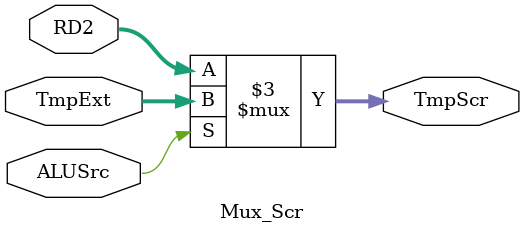
<source format=v>
module Mux_Scr(TmpScr,TmpExt,RD2,ALUSrc);
output reg [31:0] TmpScr;
input [31:0] TmpExt,RD2;
input ALUSrc;

always@(*)
	if(ALUSrc)
		TmpScr <= TmpExt;
	else
		TmpScr <= RD2;

endmodule

</source>
